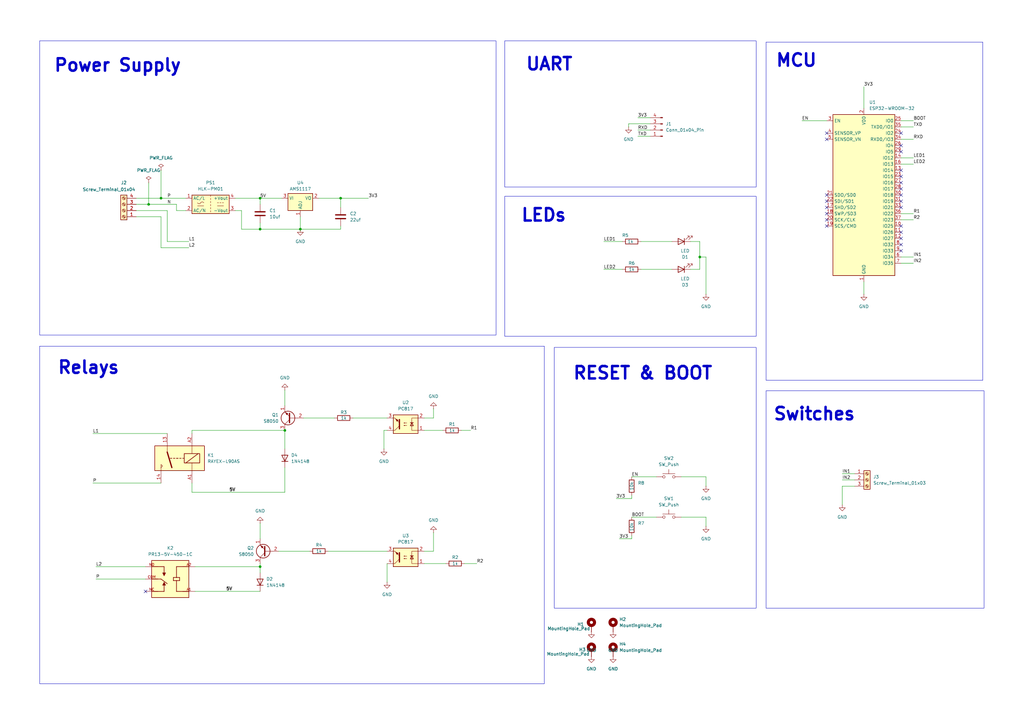
<source format=kicad_sch>
(kicad_sch (version 20250114) (generator "eeschema") (generator_version "9.0")
  (paper "A3")
  (title_block (title "30A HOME AUTOMATION USING ESP32") (company "Muhammad Hammad ur Rehman"))
  (lib_symbols
    (symbol "Connector:Conn_01x04_Pin" (pin_names (offset 1.016) (hide yes))
      (property "Reference" "J" (at 0 5.08 0))
      (property "Value" "Conn_01x04_Pin" (at 0 -7.62 0))
      (symbol "Conn_01x04_Pin_1_1"
        (rectangle (start 0.8636 2.667) (end 0 2.413) (stroke (width 0.1524)) (fill (type outline)))
        (rectangle (start 0.8636 0.127) (end 0 -0.127) (stroke (width 0.1524)) (fill (type outline)))
        (rectangle (start 0.8636 -2.413) (end 0 -2.667) (stroke (width 0.1524)) (fill (type outline)))
        (rectangle (start 0.8636 -4.953) (end 0 -5.207) (stroke (width 0.1524)) (fill (type outline)))
        (polyline (pts (xy 1.27 2.54) (xy 0.8636 2.54)) (stroke (width 0.1524)))
        (polyline (pts (xy 1.27 0) (xy 0.8636 0)) (stroke (width 0.1524)))
        (polyline (pts (xy 1.27 -2.54) (xy 0.8636 -2.54)) (stroke (width 0.1524)))
        (polyline (pts (xy 1.27 -5.08) (xy 0.8636 -5.08)) (stroke (width 0.1524)))
        (pin passive line (at 5.08 2.54 180) (length 3.81) (name "Pin_1") (number "1"))
        (pin passive line (at 5.08 0 180) (length 3.81) (name "Pin_2") (number "2"))
        (pin passive line (at 5.08 -2.54 180) (length 3.81) (name "Pin_3") (number "3"))
        (pin passive line (at 5.08 -5.08 180) (length 3.81) (name "Pin_4") (number "4"))
      )
    )
    (symbol "Connector:Screw_Terminal_01x03" (pin_names (offset 1.016) (hide yes))
      (property "Reference" "J" (at 0 5.08 0))
      (property "Value" "Screw_Terminal_01x03" (at 0 -5.08 0))
      (symbol "Screw_Terminal_01x03_1_1"
        (rectangle (start -1.27 3.81) (end 1.27 -3.81) (stroke (width 0.254)) (fill (type background)))
        (polyline (pts (xy -0.5334 2.8702) (xy 0.3302 2.032)) (stroke (width 0.1524)))
        (polyline (pts (xy -0.5334 0.3302) (xy 0.3302 -0.508)) (stroke (width 0.1524)))
        (polyline (pts (xy -0.5334 -2.2098) (xy 0.3302 -3.048)) (stroke (width 0.1524)))
        (polyline (pts (xy -0.3556 3.048) (xy 0.508 2.2098)) (stroke (width 0.1524)))
        (polyline (pts (xy -0.3556 0.508) (xy 0.508 -0.3302)) (stroke (width 0.1524)))
        (polyline (pts (xy -0.3556 -2.032) (xy 0.508 -2.8702)) (stroke (width 0.1524)))
        (circle (center 0 2.54) (radius 0.635) (stroke (width 0.1524)))
        (circle (center 0 0) (radius 0.635) (stroke (width 0.1524)))
        (circle (center 0 -2.54) (radius 0.635) (stroke (width 0.1524)))
        (pin passive line (at -5.08 2.54 0) (length 3.81) (name "Pin_1") (number "1"))
        (pin passive line (at -5.08 0 0) (length 3.81) (name "Pin_2") (number "2"))
        (pin passive line (at -5.08 -2.54 0) (length 3.81) (name "Pin_3") (number "3"))
      )
    )
    (symbol "Connector:Screw_Terminal_01x04" (pin_names (offset 1.016) (hide yes))
      (property "Reference" "J" (at 0 5.08 0))
      (property "Value" "Screw_Terminal_01x04" (at 0 -7.62 0))
      (symbol "Screw_Terminal_01x04_1_1"
        (rectangle (start -1.27 3.81) (end 1.27 -6.35) (stroke (width 0.254)) (fill (type background)))
        (polyline (pts (xy -0.5334 2.8702) (xy 0.3302 2.032)) (stroke (width 0.1524)))
        (polyline (pts (xy -0.5334 0.3302) (xy 0.3302 -0.508)) (stroke (width 0.1524)))
        (polyline (pts (xy -0.5334 -2.2098) (xy 0.3302 -3.048)) (stroke (width 0.1524)))
        (polyline (pts (xy -0.5334 -4.7498) (xy 0.3302 -5.588)) (stroke (width 0.1524)))
        (polyline (pts (xy -0.3556 3.048) (xy 0.508 2.2098)) (stroke (width 0.1524)))
        (polyline (pts (xy -0.3556 0.508) (xy 0.508 -0.3302)) (stroke (width 0.1524)))
        (polyline (pts (xy -0.3556 -2.032) (xy 0.508 -2.8702)) (stroke (width 0.1524)))
        (polyline (pts (xy -0.3556 -4.572) (xy 0.508 -5.4102)) (stroke (width 0.1524)))
        (circle (center 0 2.54) (radius 0.635) (stroke (width 0.1524)))
        (circle (center 0 0) (radius 0.635) (stroke (width 0.1524)))
        (circle (center 0 -2.54) (radius 0.635) (stroke (width 0.1524)))
        (circle (center 0 -5.08) (radius 0.635) (stroke (width 0.1524)))
        (pin passive line (at -5.08 2.54 0) (length 3.81) (name "Pin_1") (number "1"))
        (pin passive line (at -5.08 0 0) (length 3.81) (name "Pin_2") (number "2"))
        (pin passive line (at -5.08 -2.54 0) (length 3.81) (name "Pin_3") (number "3"))
        (pin passive line (at -5.08 -5.08 0) (length 3.81) (name "Pin_4") (number "4"))
      )
    )
    (symbol "Converter_ACDC:HLK-PM01"
      (property "Reference" "PS" (at 0 5.08 0))
      (property "Value" "HLK-PM01" (at 0 -5.08 0))
      (symbol "HLK-PM01_0_1"
        (rectangle (start -7.62 3.81) (end 7.62 -3.81) (stroke (width 0.254)) (fill (type background)))
        (polyline (pts (xy -5.334 -0.635) (xy -2.794 -0.635)))
        (arc (start -4.064 0.635) (mid -4.699 0.2495) (end -5.334 0.635))
        (arc (start -4.064 0.635) (mid -3.429 1.0072) (end -2.794 0.635))
        (polyline (pts (xy 0 3.81) (xy 0 3.175)))
        (polyline (pts (xy 0 2.54) (xy 0 1.905)))
        (polyline (pts (xy 0 1.27) (xy 0 0.635)))
        (polyline (pts (xy 0 0) (xy 0 -0.635)))
        (polyline (pts (xy 0 -1.27) (xy 0 -1.905)))
        (polyline (pts (xy 0 -2.54) (xy 0 -3.175)))
        (polyline (pts (xy 2.794 0.635) (xy 3.302 0.635)))
        (polyline (pts (xy 2.794 -0.635) (xy 5.334 -0.635)))
        (polyline (pts (xy 3.81 0.635) (xy 4.318 0.635)))
        (polyline (pts (xy 4.826 0.635) (xy 5.334 0.635)))
      )
      (symbol "HLK-PM01_1_1"
        (pin power_in line (at -10.16 2.54 0) (length 2.54) (name "AC/L") (number "1"))
        (pin power_in line (at -10.16 -2.54 0) (length 2.54) (name "AC/N") (number "2"))
        (pin power_out line (at 10.16 2.54 180) (length 2.54) (name "+Vout") (number "4"))
        (pin power_out line (at 10.16 -2.54 180) (length 2.54) (name "-Vout") (number "3"))
      )
    )
    (symbol "Device:C" (pin_numbers (hide yes)) (pin_names (offset 0.254))
      (property "Reference" "C" (at 0.635 2.54 0))
      (property "Value" "C" (at 0.635 -2.54 0))
      (symbol "C_0_1"
        (polyline (pts (xy -2.032 0.762) (xy 2.032 0.762)) (stroke (width 0.508)))
        (polyline (pts (xy -2.032 -0.762) (xy 2.032 -0.762)) (stroke (width 0.508)))
      )
      (symbol "C_1_1"
        (pin passive line (at 0 3.81 270) (length 2.794) (name "~") (number "1"))
        (pin passive line (at 0 -3.81 90) (length 2.794) (name "~") (number "2"))
      )
    )
    (symbol "Device:LED" (pin_numbers (hide yes)) (pin_names (offset 1.016) (hide yes))
      (property "Reference" "D" (at 0 2.54 0))
      (property "Value" "LED" (at 0 -2.54 0))
      (symbol "LED_0_1"
        (polyline (pts (xy -3.048 -0.762) (xy -4.572 -2.286) (xy -3.81 -2.286) (xy -4.572 -2.286) (xy -4.572 -1.524)))
        (polyline (pts (xy -1.778 -0.762) (xy -3.302 -2.286) (xy -2.54 -2.286) (xy -3.302 -2.286) (xy -3.302 -1.524)))
        (polyline (pts (xy -1.27 0) (xy 1.27 0)))
        (polyline (pts (xy -1.27 -1.27) (xy -1.27 1.27)) (stroke (width 0.254)))
        (polyline (pts (xy 1.27 -1.27) (xy 1.27 1.27) (xy -1.27 0) (xy 1.27 -1.27)) (stroke (width 0.254)))
      )
      (symbol "LED_1_1"
        (pin passive line (at -3.81 0 0) (length 2.54) (name "K") (number "1"))
        (pin passive line (at 3.81 0 180) (length 2.54) (name "A") (number "2"))
      )
    )
    (symbol "Device:R" (pin_numbers (hide yes)) (pin_names (offset 0))
      (property "Reference" "R" (at 2.032 0 90))
      (property "Value" "R" (at 0 0 90))
      (symbol "R_0_1"
        (rectangle (start -1.016 -2.54) (end 1.016 2.54) (stroke (width 0.254)))
      )
      (symbol "R_1_1"
        (pin passive line (at 0 3.81 270) (length 1.27) (name "~") (number "1"))
        (pin passive line (at 0 -3.81 90) (length 1.27) (name "~") (number "2"))
      )
    )
    (symbol "Diode:1N4148" (pin_numbers (hide yes)) (pin_names (hide yes))
      (property "Reference" "D" (at 0 2.54 0))
      (property "Value" "1N4148" (at 0 -2.54 0))
      (symbol "1N4148_0_1"
        (polyline (pts (xy -1.27 1.27) (xy -1.27 -1.27)) (stroke (width 0.254)))
        (polyline (pts (xy 1.27 1.27) (xy 1.27 -1.27) (xy -1.27 0) (xy 1.27 1.27)) (stroke (width 0.254)))
        (polyline (pts (xy 1.27 0) (xy -1.27 0)))
      )
      (symbol "1N4148_1_1"
        (pin passive line (at -3.81 0 0) (length 2.54) (name "K") (number "1"))
        (pin passive line (at 3.81 0 180) (length 2.54) (name "A") (number "2"))
      )
    )
    (symbol "Isolator:PC817" (pin_names (offset 1.016))
      (property "Reference" "U" (at -5.08 5.08 0))
      (property "Value" "PC817" (at 0 5.08 0))
      (symbol "PC817_0_1"
        (rectangle (start -5.08 3.81) (end 5.08 -3.81) (stroke (width 0.254)) (fill (type background)))
        (polyline (pts (xy -5.08 2.54) (xy -2.54 2.54) (xy -2.54 -0.635)))
        (polyline (pts (xy -3.175 -0.635) (xy -1.905 -0.635)) (stroke (width 0.254)))
        (polyline (pts (xy -2.54 -0.635) (xy -2.54 -2.54) (xy -5.08 -2.54)))
        (polyline (pts (xy -2.54 -0.635) (xy -3.175 0.635) (xy -1.905 0.635) (xy -2.54 -0.635)) (stroke (width 0.254)))
        (polyline (pts (xy -0.508 0.508) (xy 0.762 0.508) (xy 0.381 0.381) (xy 0.381 0.635) (xy 0.762 0.508)))
        (polyline (pts (xy -0.508 -0.508) (xy 0.762 -0.508) (xy 0.381 -0.635) (xy 0.381 -0.381) (xy 0.762 -0.508)))
        (polyline (pts (xy 2.54 1.905) (xy 2.54 -1.905) (xy 2.54 -1.905)) (stroke (width 0.508)))
        (polyline (pts (xy 2.54 0.635) (xy 4.445 2.54)))
        (polyline (pts (xy 3.048 -1.651) (xy 3.556 -1.143) (xy 4.064 -2.159) (xy 3.048 -1.651) (xy 3.048 -1.651)) (fill (type outline)))
        (polyline (pts (xy 4.445 2.54) (xy 5.08 2.54)))
        (polyline (pts (xy 4.445 -2.54) (xy 2.54 -0.635)) (fill (type outline)))
        (polyline (pts (xy 4.445 -2.54) (xy 5.08 -2.54)))
      )
      (symbol "PC817_1_1"
        (pin passive line (at -7.62 2.54 0) (length 2.54) (name "~") (number "1"))
        (pin passive line (at -7.62 -2.54 0) (length 2.54) (name "~") (number "2"))
        (pin passive line (at 7.62 2.54 180) (length 2.54) (name "~") (number "4"))
        (pin passive line (at 7.62 -2.54 180) (length 2.54) (name "~") (number "3"))
      )
    )
    (symbol "Mechanical:MountingHole_Pad" (pin_numbers (hide yes)) (pin_names (offset 1.016) (hide yes)) (in_bom no)
      (property "Reference" "H" (at 0 6.35 0))
      (property "Value" "MountingHole_Pad" (at 0 4.445 0))
      (symbol "MountingHole_Pad_0_1"
        (circle (center 0 1.27) (radius 1.27) (stroke (width 1.27)))
      )
      (symbol "MountingHole_Pad_1_1"
        (pin input line (at 0 -2.54 90) (length 2.54) (name "1") (number "1"))
      )
    )
    (symbol "PR13-5V-450-1C:PR13-5V-450-1C" (pin_names (offset 1.016))
      (property "Reference" "K" (at -7.62 8.89 0))
      (property "Value" "PR13-5V-450-1C" (at -7.62 -10.16 0))
      (symbol "PR13-5V-450-1C_0_0"
        (polyline (pts (xy -7.62 5.08) (xy -2.54 5.08)) (stroke (width 0.254)))
        (polyline (pts (xy -7.62 -5.08) (xy -2.54 -5.08)) (stroke (width 0.254)))
        (rectangle (start -7.62 -7.62) (end 7.62 7.62) (stroke (width 0.254)) (fill (type background)))
        (polyline (pts (xy -3.81 0.635) (xy -2.54 0.635)) (stroke (width 0.254)))
        (polyline (pts (xy -3.81 -0.635) (xy -3.81 0.635)) (stroke (width 0.254)))
        (polyline (pts (xy -2.54 5.08) (xy -2.54 0.635)) (stroke (width 0.254)))
        (polyline (pts (xy -2.54 0.635) (xy -1.27 0.635)) (stroke (width 0.254)))
        (polyline (pts (xy -2.54 -0.635) (xy -3.81 -0.635)) (stroke (width 0.254)))
        (polyline (pts (xy -2.54 -0.635) (xy -2.54 -5.08)) (stroke (width 0.254)))
        (polyline (pts (xy -1.27 0.635) (xy -1.27 -0.635)) (stroke (width 0.254)))
        (polyline (pts (xy -1.27 -0.635) (xy -2.54 -0.635)) (stroke (width 0.254)))
        (polyline (pts (xy 1.905 -2.54) (xy 3.175 -2.54) (xy 2.54 -1.27) (xy 1.905 -2.54)) (stroke (width 0.1524)) (fill (type outline)))
        (polyline (pts (xy 2.54 5.08) (xy 2.54 2.54)) (stroke (width 0.254)))
        (polyline (pts (xy 2.54 5.08) (xy 7.62 5.08)) (stroke (width 0.254)))
        (polyline (pts (xy 2.54 -5.08) (xy 2.54 -2.54)) (stroke (width 0.254)))
        (polyline (pts (xy 3.175 2.54) (xy 1.905 2.54) (xy 2.54 1.27) (xy 3.175 2.54)) (stroke (width 0.1524)) (fill (type outline)))
        (polyline (pts (xy 3.81 0) (xy 1.27 1.905)) (stroke (width 0.254)))
        (polyline (pts (xy 7.62 0) (xy 3.81 0)) (stroke (width 0.254)))
        (polyline (pts (xy 7.62 -5.08) (xy 2.54 -5.08)) (stroke (width 0.254)))
        (pin passive line (at -10.16 5.08 0) (length 5.08) (name "~") (number "A1"))
        (pin passive line (at -10.16 -5.08 0) (length 5.08) (name "~") (number "A2"))
        (pin passive line (at 10.16 5.08 180) (length 5.08) (name "~") (number "NC"))
        (pin passive line (at 10.16 0 180) (length 5.08) (name "~") (number "COM"))
        (pin passive line (at 10.16 -5.08 180) (length 5.08) (name "~") (number "NO"))
      )
    )
    (symbol "RF_Module:ESP32-WROOM-32"
      (property "Reference" "U" (at -12.7 34.29 0))
      (property "Value" "ESP32-WROOM-32" (at 1.27 34.29 0))
      (symbol "ESP32-WROOM-32_0_1"
        (rectangle (start -12.7 33.02) (end 12.7 -33.02) (stroke (width 0.254)) (fill (type background)))
      )
      (symbol "ESP32-WROOM-32_1_1"
        (pin input line (at -15.24 30.48 0) (length 2.54) (name "EN") (number "3"))
        (pin input line (at -15.24 25.4 0) (length 2.54) (name "SENSOR_VP") (number "4"))
        (pin input line (at -15.24 22.86 0) (length 2.54) (name "SENSOR_VN") (number "5"))
        (pin bidirectional line (at -15.24 0 0) (length 2.54) (name "SDO/SD0") (number "21"))
        (pin bidirectional line (at -15.24 -2.54 0) (length 2.54) (name "SDI/SD1") (number "22"))
        (pin bidirectional line (at -15.24 -5.08 0) (length 2.54) (name "SHD/SD2") (number "17"))
        (pin bidirectional line (at -15.24 -7.62 0) (length 2.54) (name "SWP/SD3") (number "18"))
        (pin bidirectional line (at -15.24 -10.16 0) (length 2.54) (name "SCK/CLK") (number "20"))
        (pin bidirectional line (at -15.24 -12.7 0) (length 2.54) (name "SCS/CMD") (number "19"))
        (pin no_connect line (at -12.7 -27.94 0) (length 2.54) (hide yes) (name "NC") (number "32"))
        (pin power_in line (at 0 35.56 270) (length 2.54) (name "VDD") (number "2"))
        (pin power_in line (at 0 -35.56 90) (length 2.54) (name "GND") (number "1"))
        (pin passive line (at 0 -35.56 90) (length 2.54) (hide yes) (name "GND") (number "15"))
        (pin passive line (at 0 -35.56 90) (length 2.54) (hide yes) (name "GND") (number "38"))
        (pin passive line (at 0 -35.56 90) (length 2.54) (hide yes) (name "GND") (number "39"))
        (pin bidirectional line (at 15.24 30.48 180) (length 2.54) (name "IO0") (number "25"))
        (pin bidirectional line (at 15.24 27.94 180) (length 2.54) (name "TXD0/IO1") (number "35"))
        (pin bidirectional line (at 15.24 25.4 180) (length 2.54) (name "IO2") (number "24"))
        (pin bidirectional line (at 15.24 22.86 180) (length 2.54) (name "RXD0/IO3") (number "34"))
        (pin bidirectional line (at 15.24 20.32 180) (length 2.54) (name "IO4") (number "26"))
        (pin bidirectional line (at 15.24 17.78 180) (length 2.54) (name "IO5") (number "29"))
        (pin bidirectional line (at 15.24 15.24 180) (length 2.54) (name "IO12") (number "14"))
        (pin bidirectional line (at 15.24 12.7 180) (length 2.54) (name "IO13") (number "16"))
        (pin bidirectional line (at 15.24 10.16 180) (length 2.54) (name "IO14") (number "13"))
        (pin bidirectional line (at 15.24 7.62 180) (length 2.54) (name "IO15") (number "23"))
        (pin bidirectional line (at 15.24 5.08 180) (length 2.54) (name "IO16") (number "27"))
        (pin bidirectional line (at 15.24 2.54 180) (length 2.54) (name "IO17") (number "28"))
        (pin bidirectional line (at 15.24 0 180) (length 2.54) (name "IO18") (number "30"))
        (pin bidirectional line (at 15.24 -2.54 180) (length 2.54) (name "IO19") (number "31"))
        (pin bidirectional line (at 15.24 -5.08 180) (length 2.54) (name "IO21") (number "33"))
        (pin bidirectional line (at 15.24 -7.62 180) (length 2.54) (name "IO22") (number "36"))
        (pin bidirectional line (at 15.24 -10.16 180) (length 2.54) (name "IO23") (number "37"))
        (pin bidirectional line (at 15.24 -12.7 180) (length 2.54) (name "IO25") (number "10"))
        (pin bidirectional line (at 15.24 -15.24 180) (length 2.54) (name "IO26") (number "11"))
        (pin bidirectional line (at 15.24 -17.78 180) (length 2.54) (name "IO27") (number "12"))
        (pin bidirectional line (at 15.24 -20.32 180) (length 2.54) (name "IO32") (number "8"))
        (pin bidirectional line (at 15.24 -22.86 180) (length 2.54) (name "IO33") (number "9"))
        (pin input line (at 15.24 -25.4 180) (length 2.54) (name "IO34") (number "6"))
        (pin input line (at 15.24 -27.94 180) (length 2.54) (name "IO35") (number "7"))
      )
    )
    (symbol "Regulator_Linear:AMS1117"
      (property "Reference" "U" (at -3.81 3.175 0))
      (property "Value" "AMS1117" (at 0 3.175 0))
      (symbol "AMS1117_0_1"
        (rectangle (start -5.08 -5.08) (end 5.08 1.905) (stroke (width 0.254)) (fill (type background)))
      )
      (symbol "AMS1117_1_1"
        (pin power_in line (at -7.62 0 0) (length 2.54) (name "VI") (number "3"))
        (pin input line (at 0 -7.62 90) (length 2.54) (name "ADJ") (number "1"))
        (pin power_out line (at 7.62 0 180) (length 2.54) (name "VO") (number "2"))
      )
    )
    (symbol "Relay:RAYEX-L90AS"
      (property "Reference" "K" (at 11.43 3.81 0))
      (property "Value" "RAYEX-L90AS" (at 11.43 1.27 0))
      (symbol "RAYEX-L90AS_1_0"
        (polyline (pts (xy 7.62 3.81) (xy 7.62 5.08)))
        (polyline (pts (xy 7.62 3.81) (xy 7.62 2.54) (xy 6.985 3.175) (xy 7.62 3.81)))
      )
      (symbol "RAYEX-L90AS_1_1"
        (rectangle (start -10.16 5.08) (end 10.16 -5.08) (stroke (width 0.254)) (fill (type background)))
        (rectangle (start -8.255 1.905) (end -1.905 -1.905) (stroke (width 0.254)))
        (polyline (pts (xy -7.62 -1.905) (xy -2.54 1.905)) (stroke (width 0.254)))
        (polyline (pts (xy -5.08 5.08) (xy -5.08 1.905)))
        (polyline (pts (xy -5.08 -5.08) (xy -5.08 -1.905)))
        (polyline (pts (xy -1.905 0) (xy -1.27 0)) (stroke (width 0.254)))
        (polyline (pts (xy -0.635 0) (xy 0 0)) (stroke (width 0.254)))
        (polyline (pts (xy 0.635 0) (xy 1.27 0)) (stroke (width 0.254)))
        (polyline (pts (xy 0.635 0) (xy 1.27 0)) (stroke (width 0.254)))
        (polyline (pts (xy 1.905 0) (xy 2.54 0)) (stroke (width 0.254)))
        (polyline (pts (xy 3.175 0) (xy 3.81 0)) (stroke (width 0.254)))
        (polyline (pts (xy 5.08 -2.54) (xy 3.175 3.81)) (stroke (width 0.508)))
        (polyline (pts (xy 5.08 -2.54) (xy 5.08 -5.08)))
        (pin passive line (at -5.08 10.16 270) (length 5.08) (name "~") (number "A1"))
        (pin passive line (at -5.08 -10.16 90) (length 5.08) (name "~") (number "A2"))
        (pin passive line (at 5.08 -10.16 90) (length 5.08) (name "~") (number "13"))
        (pin passive line (at 7.62 10.16 270) (length 5.08) (name "~") (number "14"))
      )
    )
    (symbol "Switch:SW_Push" (pin_numbers (hide yes)) (pin_names (offset 1.016) (hide yes))
      (property "Reference" "SW" (at 1.27 2.54 0))
      (property "Value" "SW_Push" (at 0 -1.524 0))
      (symbol "SW_Push_0_1"
        (circle (center -2.032 0) (radius 0.508))
        (polyline (pts (xy 0 1.27) (xy 0 3.048)))
        (circle (center 2.032 0) (radius 0.508))
        (polyline (pts (xy 2.54 1.27) (xy -2.54 1.27)))
        (pin passive line (at -5.08 0 0) (length 2.54) (name "1") (number "1"))
        (pin passive line (at 5.08 0 180) (length 2.54) (name "2") (number "2"))
      )
    )
    (symbol "Transistor_BJT:S8050" (pin_names (offset 0) (hide yes))
      (property "Reference" "Q" (at 5.08 1.905 0))
      (property "Value" "S8050" (at 5.08 0 0))
      (symbol "S8050_0_1"
        (polyline (pts (xy -2.54 0) (xy 0.635 0)))
        (polyline (pts (xy 0.635 1.905) (xy 0.635 -1.905)) (stroke (width 0.508)))
        (circle (center 1.27 0) (radius 2.8194) (stroke (width 0.254)))
      )
      (symbol "S8050_1_1"
        (polyline (pts (xy 0.635 0.635) (xy 2.54 2.54)))
        (polyline (pts (xy 0.635 -0.635) (xy 2.54 -2.54)))
        (polyline (pts (xy 1.27 -1.778) (xy 1.778 -1.27) (xy 2.286 -2.286) (xy 1.27 -1.778)) (fill (type outline)))
        (pin input line (at -5.08 0 0) (length 2.54) (name "B") (number "2"))
        (pin passive line (at 2.54 5.08 270) (length 2.54) (name "C") (number "3"))
        (pin passive line (at 2.54 -5.08 90) (length 2.54) (name "E") (number "1"))
      )
    )
    (symbol "power:GND" (power) (pin_numbers (hide yes)) (pin_names (offset 0) (hide yes))
      (property "Value" "GND" (at 0 -3.81 0))
      (symbol "GND_0_1"
        (polyline (pts (xy 0 0) (xy 0 -1.27) (xy 1.27 -1.27) (xy 0 -2.54) (xy -1.27 -1.27) (xy 0 -1.27)))
      )
      (symbol "GND_1_1"
        (pin power_in line (at 0 0 270) (length 0) (name "~") (number "1"))
      )
    )
    (symbol "power:PWR_FLAG" (power) (pin_numbers (hide yes)) (pin_names (offset 0) (hide yes))
      (property "Value" "PWR_FLAG" (at 0 3.81 0))
      (symbol "PWR_FLAG_0_0"
        (pin power_out line (at 0 0 90) (length 0) (name "~") (number "1"))
      )
      (symbol "PWR_FLAG_0_1"
        (polyline (pts (xy 0 0) (xy 0 1.27) (xy -1.016 1.905) (xy 0 2.54) (xy 1.016 1.905) (xy 0 1.27)))
      )
    )
  )
  (rectangle (start 314.198 160.274) (end 403.606 249.428))
  (rectangle (start 227.33 142.494) (end 310.134 249.428))
  (rectangle (start 314.198 17.272) (end 403.098 155.956))
  (rectangle (start 207.01 80.518) (end 310.134 137.922))
  (rectangle (start 16.256 16.764) (end 203.454 137.414))
  (rectangle (start 16.256 141.986) (end 223.266 280.416))
  (rectangle (start 207.01 16.764) (end 310.134 76.708))
  (text "Power Supply\n" (at 48.26 26.924 0) (effects (font (size 5.08 5.08) (thickness 1.016) (bold yes))))
  (text "Switches" (at 334.01 169.926 0) (effects (font (size 5.08 5.08) (thickness 1.016) (bold yes))))
  (text "UART" (at 225.298 26.416 0) (effects (font (size 5.08 5.08) (thickness 1.016) (bold yes))))
  (text "MCU\n" (at 326.644 24.892 0) (effects (font (size 5.08 5.08) (thickness 1.016) (bold yes))))
  (text "LEDs\n" (at 223.012 88.392 0) (effects (font (size 5.08 5.08) (thickness 1.016) (bold yes))))
  (text "Relays\n" (at 36.322 150.876 0) (effects (font (size 5.08 5.08) (thickness 1.016) (bold yes))))
  (text "RESET & BOOT" (at 263.652 153.162 0) (effects (font (size 5.08 5.08) (thickness 1.016) (bold yes))))
  (junction (at 106.68 81.28))
  (junction (at 106.68 93.98))
  (junction (at 123.19 93.98))
  (junction (at 116.84 176.53))
  (junction (at 106.68 232.41))
  (junction (at 60.96 83.82))
  (junction (at 66.04 81.28))
  (junction (at 139.7 81.28))
  (junction (at 287.02 105.41))
  (no_connect (at 369.57 97.79))
  (no_connect (at 369.57 100.33))
  (no_connect (at 369.57 85.09))
  (no_connect (at 369.57 74.93))
  (no_connect (at 339.09 80.01))
  (no_connect (at 369.57 54.61))
  (no_connect (at 339.09 57.15))
  (no_connect (at 369.57 77.47))
  (no_connect (at 339.09 87.63))
  (no_connect (at 339.09 90.17))
  (no_connect (at 59.69 242.57))
  (no_connect (at 369.57 62.23))
  (no_connect (at 369.57 72.39))
  (no_connect (at 369.57 95.25))
  (no_connect (at 339.09 82.55))
  (no_connect (at 369.57 69.85))
  (no_connect (at 369.57 80.01))
  (no_connect (at 369.57 102.87))
  (no_connect (at 339.09 92.71))
  (no_connect (at 369.57 92.71))
  (no_connect (at 369.57 59.69))
  (no_connect (at 339.09 54.61))
  (no_connect (at 339.09 85.09))
  (no_connect (at 369.57 82.55))
  (wire (pts (xy 78.74 198.12) (xy 78.74 201.93)))
  (wire (pts (xy 247.65 99.06) (xy 255.27 99.06)))
  (wire (pts (xy 181.61 176.53) (xy 173.99 176.53)))
  (wire (pts (xy 374.65 107.95) (xy 369.57 107.95)))
  (wire (pts (xy 374.65 64.77) (xy 369.57 64.77)))
  (wire (pts (xy 259.08 220.98) (xy 259.08 219.71)))
  (wire (pts (xy 68.58 99.06) (xy 68.58 86.36)))
  (wire (pts (xy 261.62 53.34) (xy 266.7 53.34)))
  (wire (pts (xy 72.39 86.36) (xy 76.2 86.36)))
  (wire (pts (xy 374.65 67.31) (xy 369.57 67.31)))
  (wire (pts (xy 261.62 48.26) (xy 266.7 48.26)))
  (wire (pts (xy 182.88 231.14) (xy 173.99 231.14)))
  (wire (pts (xy 345.44 194.31) (xy 350.52 194.31)))
  (wire (pts (xy 116.84 160.02) (xy 116.84 166.37)))
  (wire (pts (xy 262.89 99.06) (xy 275.59 99.06)))
  (wire (pts (xy 374.65 57.15) (xy 369.57 57.15)))
  (wire (pts (xy 39.37 237.49) (xy 59.69 237.49)))
  (wire (pts (xy 177.8 171.45) (xy 173.99 171.45)))
  (wire (pts (xy 252.73 204.47) (xy 259.08 204.47)))
  (wire (pts (xy 177.8 167.64) (xy 177.8 171.45)))
  (wire (pts (xy 106.68 232.41) (xy 80.01 232.41)))
  (wire (pts (xy 257.81 52.07) (xy 257.81 50.8)))
  (wire (pts (xy 139.7 81.28) (xy 151.13 81.28)))
  (wire (pts (xy 137.16 171.45) (xy 124.46 171.45)))
  (wire (pts (xy 139.7 85.09) (xy 139.7 81.28)))
  (wire (pts (xy 287.02 99.06) (xy 283.21 99.06)))
  (wire (pts (xy 116.84 201.93) (xy 116.84 191.77)))
  (wire (pts (xy 55.88 81.28) (xy 66.04 81.28)))
  (wire (pts (xy 106.68 93.98) (xy 123.19 93.98)))
  (wire (pts (xy 247.65 110.49) (xy 255.27 110.49)))
  (wire (pts (xy 72.39 83.82) (xy 72.39 86.36)))
  (wire (pts (xy 78.74 177.8) (xy 78.74 176.53)))
  (wire (pts (xy 99.06 93.98) (xy 106.68 93.98)))
  (wire (pts (xy 259.08 204.47) (xy 259.08 203.2)))
  (wire (pts (xy 60.96 83.82) (xy 72.39 83.82)))
  (wire (pts (xy 157.48 184.15) (xy 157.48 176.53)))
  (wire (pts (xy 127 226.06) (xy 114.3 226.06)))
  (wire (pts (xy 345.44 207.01) (xy 345.44 199.39)))
  (wire (pts (xy 345.44 196.85) (xy 350.52 196.85)))
  (wire (pts (xy 158.75 171.45) (xy 144.78 171.45)))
  (wire (pts (xy 195.58 231.14) (xy 190.5 231.14)))
  (wire (pts (xy 158.75 226.06) (xy 134.62 226.06)))
  (wire (pts (xy 177.8 218.44) (xy 177.8 226.06)))
  (wire (pts (xy 287.02 99.06) (xy 287.02 105.41)))
  (wire (pts (xy 289.56 215.9) (xy 289.56 212.09)))
  (wire (pts (xy 106.68 214.63) (xy 106.68 220.98)))
  (wire (pts (xy 289.56 212.09) (xy 279.4 212.09)))
  (wire (pts (xy 55.88 83.82) (xy 60.96 83.82)))
  (wire (pts (xy 66.04 88.9) (xy 55.88 88.9)))
  (wire (pts (xy 259.08 195.58) (xy 269.24 195.58)))
  (wire (pts (xy 123.19 88.9) (xy 123.19 93.98)))
  (wire (pts (xy 374.65 87.63) (xy 369.57 87.63)))
  (wire (pts (xy 193.04 176.53) (xy 189.23 176.53)))
  (wire (pts (xy 39.37 232.41) (xy 59.69 232.41)))
  (wire (pts (xy 123.19 93.98) (xy 139.7 93.98)))
  (wire (pts (xy 60.96 74.93) (xy 60.96 83.82)))
  (wire (pts (xy 68.58 86.36) (xy 55.88 86.36)))
  (wire (pts (xy 77.47 99.06) (xy 68.58 99.06)))
  (wire (pts (xy 66.04 81.28) (xy 76.2 81.28)))
  (wire (pts (xy 38.1 198.12) (xy 66.04 198.12)))
  (wire (pts (xy 289.56 199.39) (xy 289.56 195.58)))
  (wire (pts (xy 139.7 81.28) (xy 130.81 81.28)))
  (wire (pts (xy 99.06 86.36) (xy 99.06 93.98)))
  (wire (pts (xy 374.65 52.07) (xy 369.57 52.07)))
  (wire (pts (xy 289.56 120.65) (xy 289.56 105.41)))
  (wire (pts (xy 287.02 110.49) (xy 283.21 110.49)))
  (wire (pts (xy 261.62 55.88) (xy 266.7 55.88)))
  (wire (pts (xy 354.33 35.56) (xy 354.33 44.45)))
  (wire (pts (xy 289.56 195.58) (xy 279.4 195.58)))
  (wire (pts (xy 374.65 105.41) (xy 369.57 105.41)))
  (wire (pts (xy 262.89 110.49) (xy 275.59 110.49)))
  (wire (pts (xy 158.75 238.76) (xy 158.75 231.14)))
  (wire (pts (xy 78.74 201.93) (xy 116.84 201.93)))
  (wire (pts (xy 66.04 69.85) (xy 66.04 81.28)))
  (wire (pts (xy 78.74 176.53) (xy 116.84 176.53)))
  (wire (pts (xy 259.08 212.09) (xy 269.24 212.09)))
  (wire (pts (xy 177.8 226.06) (xy 173.99 226.06)))
  (wire (pts (xy 116.84 176.53) (xy 116.84 184.15)))
  (wire (pts (xy 106.68 91.44) (xy 106.68 93.98)))
  (wire (pts (xy 106.68 234.95) (xy 106.68 232.41)))
  (wire (pts (xy 345.44 199.39) (xy 350.52 199.39)))
  (wire (pts (xy 139.7 93.98) (xy 139.7 92.71)))
  (wire (pts (xy 80.01 242.57) (xy 106.68 242.57)))
  (wire (pts (xy 374.65 90.17) (xy 369.57 90.17)))
  (wire (pts (xy 115.57 81.28) (xy 106.68 81.28)))
  (wire (pts (xy 106.68 231.14) (xy 106.68 232.41)))
  (wire (pts (xy 354.33 120.65) (xy 354.33 115.57)))
  (wire (pts (xy 106.68 83.82) (xy 106.68 81.28)))
  (wire (pts (xy 77.47 101.6) (xy 66.04 101.6)))
  (wire (pts (xy 96.52 86.36) (xy 99.06 86.36)))
  (wire (pts (xy 254 220.98) (xy 259.08 220.98)))
  (wire (pts (xy 257.81 50.8) (xy 266.7 50.8)))
  (wire (pts (xy 106.68 81.28) (xy 96.52 81.28)))
  (wire (pts (xy 157.48 176.53) (xy 158.75 176.53)))
  (wire (pts (xy 287.02 105.41) (xy 287.02 110.49)))
  (wire (pts (xy 374.65 49.53) (xy 369.57 49.53)))
  (wire (pts (xy 328.93 49.53) (xy 339.09 49.53)))
  (wire (pts (xy 38.1 177.8) (xy 68.58 177.8)))
  (wire (pts (xy 66.04 101.6) (xy 66.04 88.9)))
  (wire (pts (xy 289.56 105.41) (xy 287.02 105.41)))
  (label "5V" (at 106.68 81.28 0))
  (label "3V3" (at 261.62 48.26 0))
  (label "LED2" (at 247.65 110.49 0))
  (label "TXD" (at 261.62 55.88 0))
  (label "R2" (at 374.65 90.17 0))
  (label "LED2" (at 374.65 67.31 0))
  (label "L2" (at 77.47 101.6 0))
  (label "BOOT" (at 259.08 212.09 0))
  (label "IN1" (at 374.65 105.41 0))
  (label "5V" (at 93.98 201.93 0) (effects (font (thickness 0.254) (bold yes))))
  (label "R1" (at 374.65 87.63 0))
  (label "3V3" (at 252.73 204.47 0))
  (label "IN2" (at 374.65 107.95 0))
  (label "L2" (at 39.37 232.41 0))
  (label "L1" (at 38.1 177.8 0))
  (label "RXD" (at 374.65 57.15 0))
  (label "3V3" (at 151.13 81.28 0))
  (label "L1" (at 77.47 99.06 0))
  (label "P" (at 68.58 81.28 0))
  (label "TXD" (at 374.65 52.07 0))
  (label "3V3" (at 254 220.98 0))
  (label "LED1" (at 374.65 64.77 0))
  (label "EN" (at 259.08 195.58 0))
  (label "IN2" (at 345.44 196.85 0))
  (label "P" (at 38.1 198.12 0))
  (label "BOOT" (at 374.65 49.53 0))
  (label "LED1" (at 247.65 99.06 0))
  (label "RXD" (at 261.62 53.34 0))
  (label "R2" (at 195.58 231.14 0))
  (label "P" (at 39.37 237.49 0))
  (label "EN" (at 328.93 49.53 0))
  (label "3V3" (at 354.33 35.56 0))
  (label "IN1" (at 345.44 194.31 0))
  (label "N" (at 68.58 83.82 0))
  (label "5V" (at 92.71 242.57 0) (effects (font (thickness 0.254) (bold yes))))
  (label "R1" (at 193.04 176.53 0))
  (symbol (lib_id "Relay:RAYEX-L90AS") (at 73.66 187.96 180) (unit 1)
    (property "Reference" "K1" (at 85.09 186.6899 0) (effects (justify right)))
    (property "Value" "RAYEX-L90AS" (at 85.09 189.2299 0) (effects (justify right)))
    (property "Footprint" "Relay_THT:Relay_SPST_RAYEX-L90AS" (effects (hide yes)))
    (property "Datasheet" "https://a3.sofastcdn.com/attachment/7jioKBjnRiiSrjrjknRiwS77gwbf3zmp/L90-SERIES.pdf" (effects (hide yes)))
    (property "Description" "Power relay, Without Common Terminal between coil terminals, NO, SPST, 30A" (effects (hide yes)))
  )
  (symbol (lib_id "Transistor_BJT:S8050") (at 119.38 171.45 180) (unit 1)
    (property "Reference" "Q1" (at 114.3 170.1799 0) (effects (justify left)))
    (property "Value" "S8050" (at 114.3 172.7199 0) (effects (justify left)))
    (property "Footprint" "Package_TO_SOT_THT:TO-92_Inline" (effects (hide yes)))
    (property "Datasheet" "http://www.unisonic.com.tw/datasheet/S8050.pdf" (effects (hide yes)))
    (property "Description" "0.7A Ic, 20V Vce, Low Voltage High Current NPN Transistor, TO-92" (effects (hide yes)))
  )
  (symbol (lib_id "Transistor_BJT:S8050") (at 109.22 226.06 180) (unit 1)
    (property "Reference" "Q2" (at 104.14 224.7899 0) (effects (justify left)))
    (property "Value" "S8050" (at 104.14 227.3299 0) (effects (justify left)))
    (property "Footprint" "Package_TO_SOT_THT:TO-92_Inline" (effects (hide yes)))
    (property "Datasheet" "http://www.unisonic.com.tw/datasheet/S8050.pdf" (effects (hide yes)))
    (property "Description" "0.7A Ic, 20V Vce, Low Voltage High Current NPN Transistor, TO-92" (effects (hide yes)))
  )
  (symbol (lib_id "power:PWR_FLAG") (at 66.04 69.85 0) (unit 1)
    (property "Reference" "#FLG02" (effects (hide yes)))
    (property "Value" "PWR_FLAG" (at 66.04 64.77 0))
    (property "Description" "Special symbol for telling ERC where power comes from" (effects (hide yes)))
  )
  (symbol (lib_id "Regulator_Linear:AMS1117") (at 123.19 81.28 0) (unit 1)
    (property "Reference" "U4" (at 123.19 74.93 0))
    (property "Value" "AMS1117" (at 123.19 77.47 0))
    (property "Footprint" "Package_TO_SOT_SMD:SOT-223-3_TabPin2" (effects (hide yes)))
    (property "Datasheet" "http://www.advanced-monolithic.com/pdf/ds1117.pdf" (effects (hide yes)))
    (property "Description" "1A Low Dropout regulator, positive, adjustable output, SOT-223" (effects (hide yes)))
  )
  (symbol (lib_id "Mechanical:MountingHole_Pad") (at 251.46 266.7 0) (unit 1) (in_bom no)
    (property "Reference" "H4" (at 254 264.1599 0) (effects (justify left)))
    (property "Value" "MountingHole_Pad" (at 254 266.6999 0) (effects (justify left)))
    (property "Footprint" "MountingHole:MountingHole_2.7mm_M2.5_Pad_Via" (effects (hide yes)))
    (property "Description" "Mounting Hole with connection" (effects (hide yes)))
  )
  (symbol (lib_id "power:GND") (at 289.56 199.39 0) (unit 1)
    (property "Reference" "#PWR012" (effects (hide yes)))
    (property "Value" "GND" (at 289.56 204.47 0))
    (property "Description" "Power symbol creates a global label with name \"GND\" , ground" (effects (hide yes)))
  )
  (symbol (lib_id "Device:LED") (at 279.4 110.49 180) (unit 1)
    (property "Reference" "D3" (at 280.9875 116.84 0))
    (property "Value" "LED" (at 280.9875 114.3 0))
    (property "Footprint" "LED_SMD:LED_0805_2012Metric" (effects (hide yes)))
    (property "Description" "Light emitting diode" (effects (hide yes)))
    (property "Sim.Pins" "1=K 2=A" (effects (hide yes)))
  )
  (symbol (lib_id "Device:R") (at 140.97 171.45 90) (unit 1)
    (property "Reference" "R3" (at 140.97 169.164 90))
    (property "Value" "1k" (at 140.97 171.45 90))
    (property "Footprint" "Resistor_SMD:R_0805_2012Metric" (effects (hide yes)))
    (property "Description" "Resistor" (effects (hide yes)))
  )
  (symbol (lib_id "power:GND") (at 116.84 160.02 180) (unit 1)
    (property "Reference" "#PWR07" (effects (hide yes)))
    (property "Value" "GND" (at 116.84 154.94 0))
    (property "Description" "Power symbol creates a global label with name \"GND\" , ground" (effects (hide yes)))
  )
  (symbol (lib_id "power:GND") (at 177.8 167.64 180) (unit 1)
    (property "Reference" "#PWR03" (effects (hide yes)))
    (property "Value" "GND" (at 177.8 162.56 0))
    (property "Description" "Power symbol creates a global label with name \"GND\" , ground" (effects (hide yes)))
  )
  (symbol (lib_id "Device:C") (at 106.68 87.63 0) (unit 1)
    (property "Reference" "C1" (at 110.49 86.3599 0) (effects (justify left)))
    (property "Value" "10uf" (at 110.49 88.8999 0) (effects (justify left)))
    (property "Footprint" "Capacitor_SMD:C_0805_2012Metric" (effects (hide yes)))
    (property "Description" "Unpolarized capacitor" (effects (hide yes)))
  )
  (symbol (lib_id "power:GND") (at 289.56 120.65 0) (unit 1)
    (property "Reference" "#PWR09" (effects (hide yes)))
    (property "Value" "GND" (at 289.56 125.73 0))
    (property "Description" "Power symbol creates a global label with name \"GND\" , ground" (effects (hide yes)))
  )
  (symbol (lib_id "Connector:Screw_Terminal_01x03") (at 355.6 196.85 0) (unit 1)
    (property "Reference" "J3" (at 358.14 195.5799 0) (effects (justify left)))
    (property "Value" "Screw_Terminal_01x03" (at 358.14 198.1199 0) (effects (justify left)))
    (property "Footprint" "TerminalBlock:TerminalBlock_bornier-3_P5.08mm" (effects (hide yes)))
    (property "Description" "Generic screw terminal, single row, 01x03, script generated (kicad-library-utils/schlib/autogen/connector/)" (effects (hide yes)))
  )
  (symbol (lib_id "power:GND") (at 289.56 215.9 0) (unit 1)
    (property "Reference" "#PWR013" (effects (hide yes)))
    (property "Value" "GND" (at 289.56 220.98 0))
    (property "Description" "Power symbol creates a global label with name \"GND\" , ground" (effects (hide yes)))
  )
  (symbol (lib_id "Device:R") (at 259.08 215.9 0) (unit 1)
    (property "Reference" "R7" (at 261.62 214.6299 0) (effects (justify left)))
    (property "Value" "10k" (at 259.08 217.932 90) (effects (justify left)))
    (property "Footprint" "Resistor_SMD:R_0805_2012Metric" (effects (hide yes)))
    (property "Description" "Resistor" (effects (hide yes)))
  )
  (symbol (lib_id "Isolator:PC817") (at 166.37 173.99 180) (unit 1)
    (property "Reference" "U2" (at 166.37 165.1 0))
    (property "Value" "PC817" (at 166.37 167.64 0))
    (property "Footprint" "Package_DIP:DIP-4_W7.62mm" (effects (hide yes)))
    (property "Datasheet" "http://www.soselectronic.cz/a_info/resource/d/pc817.pdf" (effects (hide yes)))
    (property "Description" "DC Optocoupler, Vce 35V, CTR 50-300%, DIP-4" (effects (hide yes)))
  )
  (symbol (lib_id "power:GND") (at 345.44 207.01 0) (unit 1)
    (property "Reference" "#PWR08" (effects (hide yes)))
    (property "Value" "GND" (at 345.44 212.09 0))
    (property "Description" "Power symbol creates a global label with name \"GND\" , ground" (effects (hide yes)))
  )
  (symbol (lib_id "Device:R") (at 259.08 199.39 0) (unit 1)
    (property "Reference" "R8" (at 261.62 198.1199 0) (effects (justify left)))
    (property "Value" "10k" (at 259.08 201.168 90) (effects (justify left)))
    (property "Footprint" "Resistor_SMD:R_0805_2012Metric" (effects (hide yes)))
    (property "Description" "Resistor" (effects (hide yes)))
  )
  (symbol (lib_id "PR13-5V-450-1C:PR13-5V-450-1C") (at 69.85 237.49 180) (unit 1)
    (property "Reference" "K2" (at 69.85 224.79 0))
    (property "Value" "PR13-5V-450-1C" (at 69.85 227.33 0))
    (property "Footprint" "PR13-5V-450-1C:RELAY_PR13-5V-450-1C" (effects (hide yes)))
    (property "MF" "Same Sky" (effects (hide yes)))
    (property "MAXIMUM_PACKAGE_HEIGHT" "16.1mm" (effects (hide yes)))
    (property "Package" "None" (effects (hide yes)))
    (property "Price" "None" (effects (hide yes)))
    (property "Check_prices" "https://www.snapeda.com/parts/PR13-5V-450-1C/Same+Sky/view-part/?ref=eda" (effects (hide yes)))
    (property "STANDARD" "Manufacturer Recommendations" (effects (hide yes)))
    (property "PARTREV" "1.0" (effects (hide yes)))
    (property "SnapEDA_Link" "https://www.snapeda.com/parts/PR13-5V-450-1C/Same+Sky/view-part/?ref=snap" (effects (hide yes)))
    (property "MP" "PR13-5V-450-1C" (effects (hide yes)))
    (property "Description_1" "19 x 15.5 x 15.8 mm, 5 V, 10 A, SPDT (1 Form C), Power Relay" (effects (hide yes)))
    (property "SNAPEDA_PN" "PR12-5V-360-1C" (effects (hide yes)))
    (property "Availability" "In Stock" (effects (hide yes)))
    (property "MANUFACTURER" "CUI devices" (effects (hide yes)))
  )
  (symbol (lib_id "power:GND") (at 354.33 120.65 0) (unit 1)
    (property "Reference" "#PWR010" (effects (hide yes)))
    (property "Value" "GND" (at 354.33 125.73 0))
    (property "Description" "Power symbol creates a global label with name \"GND\" , ground" (effects (hide yes)))
  )
  (symbol (lib_id "power:GND") (at 123.19 93.98 0) (unit 1)
    (property "Reference" "#PWR01" (effects (hide yes)))
    (property "Value" "GND" (at 123.19 99.06 0))
    (property "Description" "Power symbol creates a global label with name \"GND\" , ground" (effects (hide yes)))
  )
  (symbol (lib_id "Device:LED") (at 279.4 99.06 180) (unit 1)
    (property "Reference" "D1" (at 280.9875 105.41 0))
    (property "Value" "LED" (at 280.9875 102.87 0))
    (property "Footprint" "LED_SMD:LED_0805_2012Metric" (effects (hide yes)))
    (property "Description" "Light emitting diode" (effects (hide yes)))
    (property "Sim.Pins" "1=K 2=A" (effects (hide yes)))
  )
  (symbol (lib_id "Connector:Screw_Terminal_01x04") (at 50.8 86.36 180) (unit 1)
    (property "Reference" "J2" (at 50.8 74.93 0))
    (property "Value" "Screw_Terminal_01x04" (at 44.704 77.724 0))
    (property "Footprint" "TerminalBlock:TerminalBlock_bornier-4_P5.08mm" (effects (hide yes)))
    (property "Description" "Generic screw terminal, single row, 01x04, script generated (kicad-library-utils/schlib/autogen/connector/)" (effects (hide yes)))
  )
  (symbol (lib_id "Mechanical:MountingHole_Pad") (at 251.46 256.54 0) (unit 1) (in_bom no)
    (property "Reference" "H2" (at 254 253.9999 0) (effects (justify left)))
    (property "Value" "MountingHole_Pad" (at 254 256.5399 0) (effects (justify left)))
    (property "Footprint" "MountingHole:MountingHole_2.7mm_M2.5_Pad_Via" (effects (hide yes)))
    (property "Description" "Mounting Hole with connection" (effects (hide yes)))
  )
  (symbol (lib_id "power:GND") (at 242.57 269.24 0) (unit 1)
    (property "Reference" "#PWR017" (effects (hide yes)))
    (property "Value" "GND" (at 242.57 274.32 0))
    (property "Description" "Power symbol creates a global label with name \"GND\" , ground" (effects (hide yes)))
  )
  (symbol (lib_id "power:GND") (at 177.8 218.44 180) (unit 1)
    (property "Reference" "#PWR04" (effects (hide yes)))
    (property "Value" "GND" (at 177.8 213.36 0))
    (property "Description" "Power symbol creates a global label with name \"GND\" , ground" (effects (hide yes)))
  )
  (symbol (lib_id "Connector:Conn_01x04_Pin") (at 271.78 53.34 180) (unit 1)
    (property "Reference" "J1" (at 273.05 50.7999 0) (effects (justify right)))
    (property "Value" "Conn_01x04_Pin" (at 273.05 53.3399 0) (effects (justify right)))
    (property "Footprint" "Connector_PinHeader_2.54mm:PinHeader_1x04_P2.54mm_Vertical" (effects (hide yes)))
    (property "Description" "Generic connector, single row, 01x04, script generated" (effects (hide yes)))
  )
  (symbol (lib_id "power:GND") (at 251.46 269.24 0) (unit 1)
    (property "Reference" "#PWR018" (effects (hide yes)))
    (property "Value" "GND" (at 251.46 274.32 0))
    (property "Description" "Power symbol creates a global label with name \"GND\" , ground" (effects (hide yes)))
  )
  (symbol (lib_id "power:GND") (at 251.46 259.08 0) (unit 1)
    (property "Reference" "#PWR016" (effects (hide yes)))
    (property "Value" "GND" (at 251.46 266.7 0))
    (property "Description" "Power symbol creates a global label with name \"GND\" , ground" (effects (hide yes)))
  )
  (symbol (lib_id "power:GND") (at 157.48 184.15 0) (unit 1)
    (property "Reference" "#PWR014" (effects (hide yes)))
    (property "Value" "GND" (at 157.48 189.23 0))
    (property "Description" "Power symbol creates a global label with name \"GND\" , ground" (effects (hide yes)))
  )
  (symbol (lib_id "Converter_ACDC:HLK-PM01") (at 86.36 83.82 0) (unit 1)
    (property "Reference" "PS1" (at 86.36 74.93 0))
    (property "Value" "HLK-PM01" (at 86.36 77.47 0))
    (property "Footprint" "Converter_ACDC:Converter_ACDC_Hi-Link_HLK-PMxx" (effects (hide yes)))
    (property "Datasheet" "https://h.hlktech.com/download/ACDC%E7%94%B5%E6%BA%90%E6%A8%A1%E5%9D%973W%E7%B3%BB%E5%88%97/1/%E6%B5%B7%E5%87%8C%E7%A7%913W%E7%B3%BB%E5%88%97%E7%94%B5%E6%BA%90%E6%A8%A1%E5%9D%97%E8%A7%84%E6%A0%BC%E4%B9%A6V2.8.pdf" (effects (hide yes)))
    (property "Description" "Compact AC/DC board mount power module 3W 5V" (effects (hide yes)))
  )
  (symbol (lib_id "Device:R") (at 185.42 176.53 90) (unit 1)
    (property "Reference" "R1" (at 185.42 173.99 90))
    (property "Value" "1k" (at 185.42 176.53 90))
    (property "Footprint" "Resistor_SMD:R_0805_2012Metric" (effects (hide yes)))
    (property "Description" "Resistor" (effects (hide yes)))
  )
  (symbol (lib_id "Isolator:PC817") (at 166.37 228.6 180) (unit 1)
    (property "Reference" "U3" (at 166.37 219.71 0))
    (property "Value" "PC817" (at 166.37 222.25 0))
    (property "Footprint" "Package_DIP:DIP-4_W7.62mm" (effects (hide yes)))
    (property "Datasheet" "http://www.soselectronic.cz/a_info/resource/d/pc817.pdf" (effects (hide yes)))
    (property "Description" "DC Optocoupler, Vce 35V, CTR 50-300%, DIP-4" (effects (hide yes)))
  )
  (symbol (lib_id "power:GND") (at 257.81 52.07 0) (unit 1)
    (property "Reference" "#PWR011" (effects (hide yes)))
    (property "Value" "GND" (at 257.81 57.15 0))
    (property "Description" "Power symbol creates a global label with name \"GND\" , ground" (effects (hide yes)))
  )
  (symbol (lib_id "Device:C") (at 139.7 88.9 0) (unit 1)
    (property "Reference" "C2" (at 143.51 87.6299 0) (effects (justify left)))
    (property "Value" "22uf" (at 143.51 90.1699 0) (effects (justify left)))
    (property "Footprint" "Capacitor_SMD:C_0805_2012Metric" (effects (hide yes)))
    (property "Description" "Unpolarized capacitor" (effects (hide yes)))
  )
  (symbol (lib_id "power:GND") (at 158.75 238.76 0) (unit 1)
    (property "Reference" "#PWR05" (effects (hide yes)))
    (property "Value" "GND" (at 158.75 243.84 0))
    (property "Description" "Power symbol creates a global label with name \"GND\" , ground" (effects (hide yes)))
  )
  (symbol (lib_id "power:GND") (at 106.68 214.63 180) (unit 1)
    (property "Reference" "#PWR06" (effects (hide yes)))
    (property "Value" "GND" (at 106.68 209.55 0))
    (property "Description" "Power symbol creates a global label with name \"GND\" , ground" (effects (hide yes)))
  )
  (symbol (lib_id "Mechanical:MountingHole_Pad") (at 242.57 266.7 0) (unit 1) (in_bom no)
    (property "Reference" "H3" (at 237.49 266.446 0) (effects (justify left)))
    (property "Value" "MountingHole_Pad" (at 224.282 268.224 0) (effects (justify left)))
    (property "Footprint" "MountingHole:MountingHole_2.7mm_M2.5_Pad_Via" (effects (hide yes)))
    (property "Description" "Mounting Hole with connection" (effects (hide yes)))
  )
  (symbol (lib_id "Device:R") (at 130.81 226.06 90) (unit 1)
    (property "Reference" "R4" (at 130.81 223.52 90))
    (property "Value" "1k" (at 130.81 226.06 90))
    (property "Footprint" "Resistor_SMD:R_0805_2012Metric" (effects (hide yes)))
    (property "Description" "Resistor" (effects (hide yes)))
  )
  (symbol (lib_id "Diode:1N4148") (at 106.68 238.76 90) (unit 1)
    (property "Reference" "D2" (at 109.22 237.4899 90) (effects (justify right)))
    (property "Value" "1N4148" (at 109.22 240.0299 90) (effects (justify right)))
    (property "Footprint" "Diode_THT:D_DO-35_SOD27_P7.62mm_Horizontal" (effects (hide yes)))
    (property "Datasheet" "https://assets.nexperia.com/documents/data-sheet/1N4148_1N4448.pdf" (effects (hide yes)))
    (property "Description" "100V 0.15A standard switching diode, DO-35" (effects (hide yes)))
    (property "Sim.Device" "D" (effects (hide yes)))
    (property "Sim.Pins" "1=K 2=A" (effects (hide yes)))
  )
  (symbol (lib_id "Switch:SW_Push") (at 274.32 195.58 0) (unit 1)
    (property "Reference" "SW2" (at 274.32 187.96 0))
    (property "Value" "SW_Push" (at 274.32 190.5 0))
    (property "Footprint" "Button_Switch_THT:SW_PUSH_6mm" (effects (hide yes)))
    (property "Description" "Push button switch, generic, two pins" (effects (hide yes)))
  )
  (symbol (lib_id "Switch:SW_Push") (at 274.32 212.09 0) (unit 1)
    (property "Reference" "SW1" (at 274.32 204.47 0))
    (property "Value" "SW_Push" (at 274.32 207.01 0))
    (property "Footprint" "Button_Switch_THT:SW_PUSH_6mm" (effects (hide yes)))
    (property "Description" "Push button switch, generic, two pins" (effects (hide yes)))
  )
  (symbol (lib_id "power:GND") (at 242.57 259.08 0) (unit 1)
    (property "Reference" "#PWR015" (effects (hide yes)))
    (property "Value" "GND" (at 242.57 266.7 0))
    (property "Description" "Power symbol creates a global label with name \"GND\" , ground" (effects (hide yes)))
  )
  (symbol (lib_id "Device:R") (at 259.08 110.49 90) (unit 1)
    (property "Reference" "R6" (at 259.08 107.95 90))
    (property "Value" "1k" (at 259.08 110.49 90))
    (property "Footprint" "Resistor_SMD:R_0805_2012Metric" (effects (hide yes)))
    (property "Description" "Resistor" (effects (hide yes)))
  )
  (symbol (lib_id "power:PWR_FLAG") (at 60.96 74.93 0) (unit 1)
    (property "Reference" "#FLG03" (effects (hide yes)))
    (property "Value" "PWR_FLAG" (at 60.96 69.85 0))
    (property "Description" "Special symbol for telling ERC where power comes from" (effects (hide yes)))
  )
  (symbol (lib_id "Device:R") (at 259.08 99.06 90) (unit 1)
    (property "Reference" "R5" (at 257.8099 96.52 90) (effects (justify left)))
    (property "Value" "1k" (at 259.842 99.06 90) (effects (justify left)))
    (property "Footprint" "Resistor_SMD:R_0805_2012Metric" (effects (hide yes)))
    (property "Description" "Resistor" (effects (hide yes)))
  )
  (symbol (lib_id "RF_Module:ESP32-WROOM-32") (at 354.33 80.01 0) (unit 1)
    (property "Reference" "U1" (at 356.4733 41.91 0) (effects (justify left)))
    (property "Value" "ESP32-WROOM-32" (at 356.4733 44.45 0) (effects (justify left)))
    (property "Footprint" "RF_Module:ESP32-WROOM-32" (effects (hide yes)))
    (property "Datasheet" "https://www.espressif.com/sites/default/files/documentation/esp32-wroom-32_datasheet_en.pdf" (effects (hide yes)))
    (property "Description" "RF Module, ESP32-D0WDQ6 SoC, Wi-Fi 802.11b/g/n, Bluetooth, BLE, 32-bit, 2.7-3.6V, onboard antenna, SMD" (effects (hide yes)))
  )
  (symbol (lib_id "Device:R") (at 186.69 231.14 90) (unit 1)
    (property "Reference" "R2" (at 186.69 228.6 90))
    (property "Value" "1k" (at 186.69 231.14 90))
    (property "Footprint" "Resistor_SMD:R_0805_2012Metric" (effects (hide yes)))
    (property "Description" "Resistor" (effects (hide yes)))
  )
  (symbol (lib_id "Mechanical:MountingHole_Pad") (at 242.57 256.54 0) (unit 1) (in_bom no)
    (property "Reference" "H1" (at 236.728 256.032 0) (effects (justify left)))
    (property "Value" "MountingHole_Pad" (at 224.536 257.81 0) (effects (justify left)))
    (property "Footprint" "MountingHole:MountingHole_2.7mm_M2.5_Pad_Via" (effects (hide yes)))
    (property "Description" "Mounting Hole with connection" (effects (hide yes)))
  )
  (symbol (lib_id "Diode:1N4148") (at 116.84 187.96 90) (unit 1)
    (property "Reference" "D4" (at 119.38 186.6899 90) (effects (justify right)))
    (property "Value" "1N4148" (at 119.38 189.2299 90) (effects (justify right)))
    (property "Footprint" "Diode_THT:D_DO-35_SOD27_P7.62mm_Horizontal" (effects (hide yes)))
    (property "Datasheet" "https://assets.nexperia.com/documents/data-sheet/1N4148_1N4448.pdf" (effects (hide yes)))
    (property "Description" "100V 0.15A standard switching diode, DO-35" (effects (hide yes)))
    (property "Sim.Device" "D" (effects (hide yes)))
    (property "Sim.Pins" "1=K 2=A" (effects (hide yes)))
  )
)
</source>
